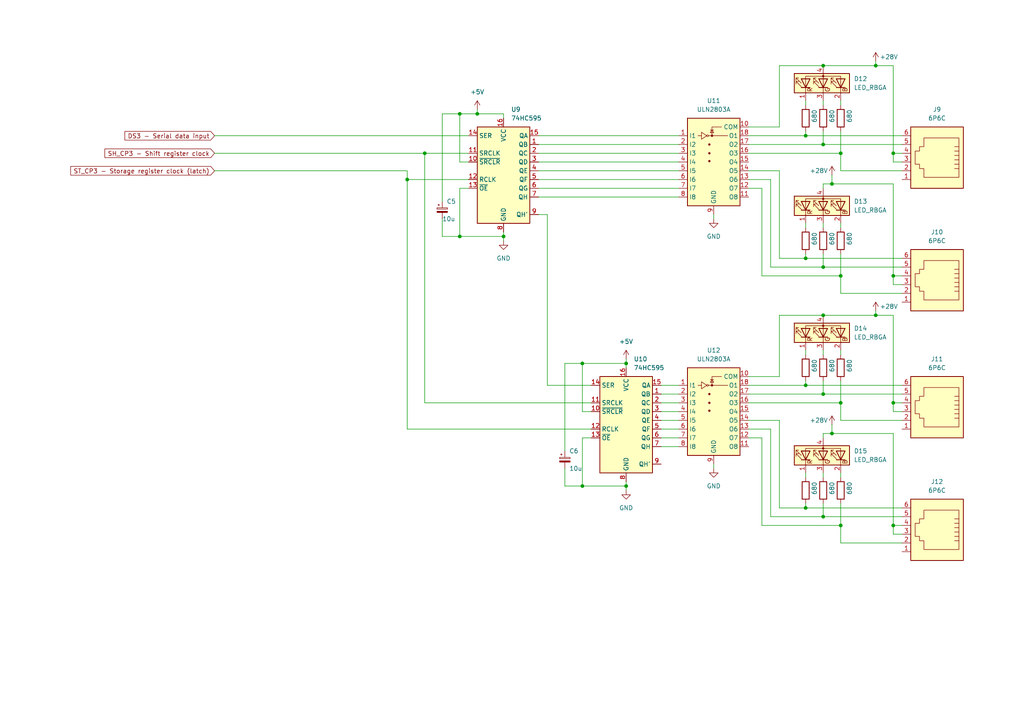
<source format=kicad_sch>
(kicad_sch (version 20230121) (generator eeschema)
  (paper "A4")
  (lib_symbols
    (symbol "74xx:74HC595"
      (property "Reference" "U" (at -7.62 13.97 0))
      (property "Value" "74HC595" (at -7.62 -16.51 0))
      (symbol "74HC595_1_0"
        (pin tri_state line (at 10.16 7.62 180) (length 2.54) (name "QB") (number "1"))
        (pin input line (at -10.16 2.54 0) (length 2.54) (name "~{SRCLR}") (number "10"))
        (pin input line (at -10.16 5.08 0) (length 2.54) (name "SRCLK") (number "11"))
        (pin input line (at -10.16 -2.54 0) (length 2.54) (name "RCLK") (number "12"))
        (pin input line (at -10.16 -5.08 0) (length 2.54) (name "~{OE}") (number "13"))
        (pin input line (at -10.16 10.16 0) (length 2.54) (name "SER") (number "14"))
        (pin tri_state line (at 10.16 10.16 180) (length 2.54) (name "QA") (number "15"))
        (pin power_in line (at 0 15.24 270) (length 2.54) (name "VCC") (number "16"))
        (pin tri_state line (at 10.16 5.08 180) (length 2.54) (name "QC") (number "2"))
        (pin tri_state line (at 10.16 2.54 180) (length 2.54) (name "QD") (number "3"))
        (pin tri_state line (at 10.16 0 180) (length 2.54) (name "QE") (number "4"))
        (pin tri_state line (at 10.16 -2.54 180) (length 2.54) (name "QF") (number "5"))
        (pin tri_state line (at 10.16 -5.08 180) (length 2.54) (name "QG") (number "6"))
        (pin tri_state line (at 10.16 -7.62 180) (length 2.54) (name "QH") (number "7"))
        (pin power_in line (at 0 -17.78 90) (length 2.54) (name "GND") (number "8"))
        (pin output line (at 10.16 -12.7 180) (length 2.54) (name "QH'") (number "9"))
      )
      (symbol "74HC595_1_1"
        (rectangle (start -7.62 12.7) (end 7.62 -15.24) (stroke (width 0.254)) (fill (type background)))
      )
    )
    (symbol "Connector:6P6C" (pin_names (offset 1.016))
      (property "Reference" "J" (at -5.08 11.43 0))
      (property "Value" "6P6C" (at 2.54 11.43 0))
      (symbol "6P6C_0_1"
        (polyline (pts (xy -6.35 -1.905) (xy -5.08 -1.905) (xy -5.08 -1.905)))
        (polyline (pts (xy -6.35 -0.635) (xy -5.08 -0.635) (xy -5.08 -0.635)))
        (polyline (pts (xy -6.35 0.635) (xy -5.08 0.635) (xy -5.08 0.635)))
        (polyline (pts (xy -6.35 1.905) (xy -5.08 1.905) (xy -5.08 1.905)))
        (polyline (pts (xy -6.35 3.175) (xy -5.08 3.175) (xy -5.08 3.175)))
        (polyline (pts (xy -5.08 4.445) (xy -6.35 4.445) (xy -6.35 4.445)))
        (polyline (pts (xy -6.35 -4.445) (xy -6.35 6.985) (xy 3.81 6.985) (xy 3.81 4.445) (xy 5.08 4.445) (xy 5.08 3.175) (xy 6.35 3.175) (xy 6.35 -0.635) (xy 5.08 -0.635) (xy 5.08 -1.905) (xy 3.81 -1.905) (xy 3.81 -4.445) (xy -6.35 -4.445) (xy -6.35 -4.445)))
        (rectangle (start 7.62 10.16) (end -7.62 -7.62) (stroke (width 0.254)) (fill (type background)))
      )
      (symbol "6P6C_1_1"
        (pin passive line (at 10.16 -5.08 180) (length 2.54) (name "~") (number "1"))
        (pin passive line (at 10.16 -2.54 180) (length 2.54) (name "~") (number "2"))
        (pin passive line (at 10.16 0 180) (length 2.54) (name "~") (number "3"))
        (pin passive line (at 10.16 2.54 180) (length 2.54) (name "~") (number "4"))
        (pin passive line (at 10.16 5.08 180) (length 2.54) (name "~") (number "5"))
        (pin passive line (at 10.16 7.62 180) (length 2.54) (name "~") (number "6"))
      )
    )
    (symbol "Device:C_Polarized_Small" (pin_numbers hide) (pin_names (offset 0.254) hide)
      (property "Reference" "C" (at 0.254 1.778 0))
      (property "Value" "C_Polarized_Small" (at 0.254 -2.032 0))
      (symbol "C_Polarized_Small_0_1"
        (rectangle (start -1.524 -0.3048) (end 1.524 -0.6858) (fill (type outline)))
        (rectangle (start -1.524 0.6858) (end 1.524 0.3048))
        (polyline (pts (xy -1.27 1.524) (xy -0.762 1.524)))
        (polyline (pts (xy -1.016 1.27) (xy -1.016 1.778)))
      )
      (symbol "C_Polarized_Small_1_1"
        (pin passive line (at 0 2.54 270) (length 1.8542) (name "~") (number "1"))
        (pin passive line (at 0 -2.54 90) (length 1.8542) (name "~") (number "2"))
      )
    )
    (symbol "Device:LED_RBGA" (pin_names (offset 0) hide)
      (property "Reference" "D" (at 0 9.398 0))
      (property "Value" "LED_RBGA" (at 0 -8.89 0))
      (symbol "LED_RBGA_0_0"
        (text "B" (at -1.905 -6.35 0) (effects (font (size 1.27 1.27))))
        (text "G" (at -1.905 -1.27 0) (effects (font (size 1.27 1.27))))
        (text "R" (at -1.905 3.81 0) (effects (font (size 1.27 1.27))))
      )
      (symbol "LED_RBGA_0_1"
        (polyline (pts (xy -1.27 -5.08) (xy -2.54 -5.08)))
        (polyline (pts (xy -1.27 -5.08) (xy 1.27 -5.08)))
        (polyline (pts (xy -1.27 -3.81) (xy -1.27 -6.35)) (stroke (width 0.254)))
        (polyline (pts (xy -1.27 0) (xy -2.54 0)))
        (polyline (pts (xy -1.27 1.27) (xy -1.27 -1.27)) (stroke (width 0.254)))
        (polyline (pts (xy -1.27 5.08) (xy -2.54 5.08)))
        (polyline (pts (xy -1.27 5.08) (xy 1.27 5.08)))
        (polyline (pts (xy -1.27 6.35) (xy -1.27 3.81)) (stroke (width 0.254)))
        (polyline (pts (xy 1.27 0) (xy -1.27 0)))
        (polyline (pts (xy 1.27 0) (xy 2.54 0)))
        (polyline (pts (xy -1.27 1.27) (xy -1.27 -1.27) (xy -1.27 -1.27)))
        (polyline (pts (xy -1.27 6.35) (xy -1.27 3.81) (xy -1.27 3.81)))
        (polyline (pts (xy 1.27 -5.08) (xy 2.032 -5.08) (xy 2.032 5.08) (xy 1.27 5.08)))
        (polyline (pts (xy 1.27 -3.81) (xy 1.27 -6.35) (xy -1.27 -5.08) (xy 1.27 -3.81)) (stroke (width 0.254)))
        (polyline (pts (xy 1.27 1.27) (xy 1.27 -1.27) (xy -1.27 0) (xy 1.27 1.27)) (stroke (width 0.254)))
        (polyline (pts (xy 1.27 6.35) (xy 1.27 3.81) (xy -1.27 5.08) (xy 1.27 6.35)) (stroke (width 0.254)))
        (polyline (pts (xy -1.016 -3.81) (xy 0.508 -2.286) (xy -0.254 -2.286) (xy 0.508 -2.286) (xy 0.508 -3.048)))
        (polyline (pts (xy -1.016 1.27) (xy 0.508 2.794) (xy -0.254 2.794) (xy 0.508 2.794) (xy 0.508 2.032)))
        (polyline (pts (xy -1.016 6.35) (xy 0.508 7.874) (xy -0.254 7.874) (xy 0.508 7.874) (xy 0.508 7.112)))
        (polyline (pts (xy 0 -3.81) (xy 1.524 -2.286) (xy 0.762 -2.286) (xy 1.524 -2.286) (xy 1.524 -3.048)))
        (polyline (pts (xy 0 1.27) (xy 1.524 2.794) (xy 0.762 2.794) (xy 1.524 2.794) (xy 1.524 2.032)))
        (polyline (pts (xy 0 6.35) (xy 1.524 7.874) (xy 0.762 7.874) (xy 1.524 7.874) (xy 1.524 7.112)))
        (rectangle (start 1.27 -1.27) (end 1.27 1.27))
        (rectangle (start 1.27 1.27) (end 1.27 1.27))
        (rectangle (start 1.27 3.81) (end 1.27 6.35))
        (rectangle (start 1.27 6.35) (end 1.27 6.35))
        (circle (center 2.032 0) (radius 0.254) (fill (type outline)))
        (rectangle (start 2.794 8.382) (end -2.794 -7.62) (stroke (width 0.254)) (fill (type background)))
      )
      (symbol "LED_RBGA_1_1"
        (pin passive line (at -5.08 5.08 0) (length 2.54) (name "RK") (number "1"))
        (pin passive line (at -5.08 -5.08 0) (length 2.54) (name "BK") (number "2"))
        (pin passive line (at -5.08 0 0) (length 2.54) (name "GK") (number "3"))
        (pin passive line (at 5.08 0 180) (length 2.54) (name "A") (number "4"))
      )
    )
    (symbol "Device:R" (pin_numbers hide) (pin_names (offset 0))
      (property "Reference" "R" (at 2.032 0 90))
      (property "Value" "R" (at 0 0 90))
      (symbol "R_0_1"
        (rectangle (start -1.016 -2.54) (end 1.016 2.54) (stroke (width 0.254)))
      )
      (symbol "R_1_1"
        (pin passive line (at 0 3.81 270) (length 1.27) (name "~") (number "1"))
        (pin passive line (at 0 -3.81 90) (length 1.27) (name "~") (number "2"))
      )
    )
    (symbol "Transistor_Array:ULN2803A"
      (property "Reference" "U" (at 0 13.335 0))
      (property "Value" "ULN2803A" (at 0 11.43 0))
      (symbol "ULN2803A_0_1"
        (rectangle (start -7.62 -15.24) (end 7.62 10.16) (stroke (width 0.254)) (fill (type background)))
        (circle (center -1.778 5.08) (radius 0.254))
        (circle (center -1.27 -2.286) (radius 0.254) (fill (type outline)))
        (circle (center -1.27 0) (radius 0.254) (fill (type outline)))
        (circle (center -1.27 2.54) (radius 0.254) (fill (type outline)))
        (circle (center -0.508 5.08) (radius 0.254) (fill (type outline)))
        (polyline (pts (xy -4.572 5.08) (xy -3.556 5.08)))
        (polyline (pts (xy -1.524 5.08) (xy 4.064 5.08)))
        (polyline (pts (xy 0 6.731) (xy -1.016 6.731)))
        (polyline (pts (xy -0.508 5.08) (xy -0.508 7.62) (xy 2.286 7.62)))
        (polyline (pts (xy -3.556 6.096) (xy -3.556 4.064) (xy -2.032 5.08) (xy -3.556 6.096)))
        (polyline (pts (xy 0 5.969) (xy -1.016 5.969) (xy -0.508 6.731) (xy 0 5.969)))
      )
      (symbol "ULN2803A_1_1"
        (pin input line (at -10.16 5.08 0) (length 2.54) (name "I1") (number "1"))
        (pin passive line (at 10.16 7.62 180) (length 2.54) (name "COM") (number "10"))
        (pin open_collector line (at 10.16 -12.7 180) (length 2.54) (name "O8") (number "11"))
        (pin open_collector line (at 10.16 -10.16 180) (length 2.54) (name "O7") (number "12"))
        (pin open_collector line (at 10.16 -7.62 180) (length 2.54) (name "O6") (number "13"))
        (pin open_collector line (at 10.16 -5.08 180) (length 2.54) (name "O5") (number "14"))
        (pin open_collector line (at 10.16 -2.54 180) (length 2.54) (name "O4") (number "15"))
        (pin open_collector line (at 10.16 0 180) (length 2.54) (name "O3") (number "16"))
        (pin open_collector line (at 10.16 2.54 180) (length 2.54) (name "O2") (number "17"))
        (pin open_collector line (at 10.16 5.08 180) (length 2.54) (name "O1") (number "18"))
        (pin input line (at -10.16 2.54 0) (length 2.54) (name "I2") (number "2"))
        (pin input line (at -10.16 0 0) (length 2.54) (name "I3") (number "3"))
        (pin input line (at -10.16 -2.54 0) (length 2.54) (name "I4") (number "4"))
        (pin input line (at -10.16 -5.08 0) (length 2.54) (name "I5") (number "5"))
        (pin input line (at -10.16 -7.62 0) (length 2.54) (name "I6") (number "6"))
        (pin input line (at -10.16 -10.16 0) (length 2.54) (name "I7") (number "7"))
        (pin input line (at -10.16 -12.7 0) (length 2.54) (name "I8") (number "8"))
        (pin power_in line (at 0 -17.78 90) (length 2.54) (name "GND") (number "9"))
      )
    )
    (symbol "power:+28V" (power) (pin_names (offset 0))
      (property "Value" "+28V" (at 0 3.81 0))
      (symbol "+28V_0_1"
        (polyline (pts (xy -0.762 1.27) (xy 0 2.54)))
        (polyline (pts (xy 0 0) (xy 0 2.54)))
        (polyline (pts (xy 0 2.54) (xy 0.762 1.27)))
      )
      (symbol "+28V_1_1"
        (pin power_in line (at 0 0 90) (length 0) hide (name "+28V") (number "1"))
      )
    )
    (symbol "power:+5V" (power) (pin_names (offset 0))
      (property "Value" "+5V" (at 0 3.556 0))
      (symbol "+5V_0_1"
        (polyline (pts (xy -0.762 1.27) (xy 0 2.54)))
        (polyline (pts (xy 0 0) (xy 0 2.54)))
        (polyline (pts (xy 0 2.54) (xy 0.762 1.27)))
      )
      (symbol "+5V_1_1"
        (pin power_in line (at 0 0 90) (length 0) hide (name "+5V") (number "1"))
      )
    )
    (symbol "power:GND" (power) (pin_names (offset 0))
      (property "Value" "GND" (at 0 -3.81 0))
      (symbol "GND_0_1"
        (polyline (pts (xy 0 0) (xy 0 -1.27) (xy 1.27 -1.27) (xy 0 -2.54) (xy -1.27 -1.27) (xy 0 -1.27)))
      )
      (symbol "GND_1_1"
        (pin power_in line (at 0 0 270) (length 0) hide (name "GND") (number "1"))
      )
    )
  )
  (junction (at 259.08 80.01))
  (junction (at 241.3 125.73))
  (junction (at 118.11 52.07))
  (junction (at 238.76 91.44))
  (junction (at 259.08 152.4))
  (junction (at 238.76 77.47))
  (junction (at 133.35 68.58))
  (junction (at 238.76 114.3))
  (junction (at 138.43 33.02))
  (junction (at 146.05 68.58))
  (junction (at 168.91 140.97))
  (junction (at 241.3 53.34))
  (junction (at 168.91 105.41))
  (junction (at 233.68 111.76))
  (junction (at 238.76 19.05))
  (junction (at 259.08 116.84))
  (junction (at 243.84 116.84))
  (junction (at 233.68 147.32))
  (junction (at 243.84 80.01))
  (junction (at 254 19.05))
  (junction (at 254 91.44))
  (junction (at 133.35 33.02))
  (junction (at 259.08 44.45))
  (junction (at 181.61 105.41))
  (junction (at 123.19 44.45))
  (junction (at 238.76 149.86))
  (junction (at 181.61 140.97))
  (junction (at 238.76 41.91))
  (junction (at 243.84 152.4))
  (junction (at 243.84 44.45))
  (junction (at 233.68 39.37))
  (junction (at 233.68 74.93))
  (wire (pts (xy 223.52 77.47) (xy 238.76 77.47)))
  (wire (pts (xy 233.68 110.49) (xy 233.68 111.76)))
  (wire (pts (xy 238.76 41.91) (xy 261.62 41.91)))
  (wire (pts (xy 254 19.05) (xy 259.08 19.05)))
  (wire (pts (xy 243.84 110.49) (xy 243.84 116.84)))
  (wire (pts (xy 133.35 68.58) (xy 146.05 68.58)))
  (wire (pts (xy 259.08 91.44) (xy 259.08 116.84)))
  (wire (pts (xy 238.76 73.66) (xy 238.76 77.47)))
  (wire (pts (xy 259.08 116.84) (xy 261.62 116.84)))
  (wire (pts (xy 233.68 147.32) (xy 261.62 147.32)))
  (wire (pts (xy 156.21 44.45) (xy 196.85 44.45)))
  (wire (pts (xy 62.23 44.45) (xy 123.19 44.45)))
  (wire (pts (xy 146.05 33.02) (xy 146.05 34.29)))
  (wire (pts (xy 118.11 124.46) (xy 118.11 52.07)))
  (wire (pts (xy 233.68 39.37) (xy 261.62 39.37)))
  (wire (pts (xy 217.17 116.84) (xy 243.84 116.84)))
  (wire (pts (xy 238.76 53.34) (xy 238.76 54.61)))
  (wire (pts (xy 163.83 105.41) (xy 168.91 105.41)))
  (wire (pts (xy 181.61 140.97) (xy 181.61 142.24)))
  (wire (pts (xy 156.21 46.99) (xy 196.85 46.99)))
  (wire (pts (xy 163.83 135.89) (xy 163.83 140.97)))
  (wire (pts (xy 133.35 54.61) (xy 133.35 68.58)))
  (wire (pts (xy 238.76 146.05) (xy 238.76 149.86)))
  (wire (pts (xy 243.84 49.53) (xy 261.62 49.53)))
  (wire (pts (xy 217.17 39.37) (xy 233.68 39.37)))
  (wire (pts (xy 259.08 19.05) (xy 259.08 44.45)))
  (wire (pts (xy 171.45 119.38) (xy 168.91 119.38)))
  (wire (pts (xy 243.84 64.77) (xy 243.84 66.04)))
  (wire (pts (xy 62.23 39.37) (xy 135.89 39.37)))
  (wire (pts (xy 217.17 44.45) (xy 243.84 44.45)))
  (wire (pts (xy 233.68 147.32) (xy 233.68 146.05)))
  (wire (pts (xy 217.17 41.91) (xy 238.76 41.91)))
  (wire (pts (xy 158.75 62.23) (xy 156.21 62.23)))
  (wire (pts (xy 241.3 53.34) (xy 238.76 53.34)))
  (wire (pts (xy 241.3 50.8) (xy 241.3 53.34)))
  (wire (pts (xy 171.45 116.84) (xy 123.19 116.84)))
  (wire (pts (xy 238.76 77.47) (xy 261.62 77.47)))
  (wire (pts (xy 207.01 134.62) (xy 207.01 135.89)))
  (wire (pts (xy 220.98 152.4) (xy 243.84 152.4)))
  (wire (pts (xy 238.76 64.77) (xy 238.76 66.04)))
  (wire (pts (xy 241.3 125.73) (xy 259.08 125.73)))
  (wire (pts (xy 261.62 119.38) (xy 259.08 119.38)))
  (wire (pts (xy 259.08 46.99) (xy 259.08 44.45)))
  (wire (pts (xy 238.76 29.21) (xy 238.76 30.48)))
  (wire (pts (xy 220.98 80.01) (xy 243.84 80.01)))
  (wire (pts (xy 243.84 73.66) (xy 243.84 80.01)))
  (wire (pts (xy 168.91 105.41) (xy 181.61 105.41)))
  (wire (pts (xy 233.68 29.21) (xy 233.68 30.48)))
  (wire (pts (xy 217.17 127) (xy 220.98 127)))
  (wire (pts (xy 118.11 49.53) (xy 118.11 52.07)))
  (wire (pts (xy 261.62 85.09) (xy 243.84 85.09)))
  (wire (pts (xy 62.23 49.53) (xy 118.11 49.53)))
  (wire (pts (xy 238.76 125.73) (xy 238.76 127)))
  (wire (pts (xy 259.08 80.01) (xy 259.08 82.55)))
  (wire (pts (xy 207.01 62.23) (xy 207.01 63.5)))
  (wire (pts (xy 123.19 44.45) (xy 135.89 44.45)))
  (wire (pts (xy 217.17 109.22) (xy 226.06 109.22)))
  (wire (pts (xy 241.3 53.34) (xy 259.08 53.34)))
  (wire (pts (xy 226.06 121.92) (xy 226.06 147.32)))
  (wire (pts (xy 128.27 68.58) (xy 133.35 68.58)))
  (wire (pts (xy 238.76 114.3) (xy 261.62 114.3)))
  (wire (pts (xy 261.62 46.99) (xy 259.08 46.99)))
  (wire (pts (xy 226.06 91.44) (xy 226.06 109.22)))
  (wire (pts (xy 238.76 110.49) (xy 238.76 114.3)))
  (wire (pts (xy 238.76 137.16) (xy 238.76 138.43)))
  (wire (pts (xy 163.83 140.97) (xy 168.91 140.97)))
  (wire (pts (xy 238.76 38.1) (xy 238.76 41.91)))
  (wire (pts (xy 243.84 121.92) (xy 261.62 121.92)))
  (wire (pts (xy 118.11 52.07) (xy 135.89 52.07)))
  (wire (pts (xy 191.77 114.3) (xy 196.85 114.3)))
  (wire (pts (xy 156.21 41.91) (xy 196.85 41.91)))
  (wire (pts (xy 217.17 49.53) (xy 226.06 49.53)))
  (wire (pts (xy 158.75 111.76) (xy 171.45 111.76)))
  (wire (pts (xy 233.68 38.1) (xy 233.68 39.37)))
  (wire (pts (xy 168.91 127) (xy 168.91 140.97)))
  (wire (pts (xy 261.62 154.94) (xy 259.08 154.94)))
  (wire (pts (xy 233.68 111.76) (xy 261.62 111.76)))
  (wire (pts (xy 191.77 121.92) (xy 196.85 121.92)))
  (wire (pts (xy 146.05 68.58) (xy 146.05 69.85)))
  (wire (pts (xy 243.84 49.53) (xy 243.84 44.45)))
  (wire (pts (xy 146.05 67.31) (xy 146.05 68.58)))
  (wire (pts (xy 217.17 52.07) (xy 223.52 52.07)))
  (wire (pts (xy 217.17 36.83) (xy 226.06 36.83)))
  (wire (pts (xy 259.08 80.01) (xy 261.62 80.01)))
  (wire (pts (xy 133.35 33.02) (xy 138.43 33.02)))
  (wire (pts (xy 191.77 111.76) (xy 196.85 111.76)))
  (wire (pts (xy 238.76 149.86) (xy 261.62 149.86)))
  (wire (pts (xy 128.27 58.42) (xy 128.27 33.02)))
  (wire (pts (xy 243.84 137.16) (xy 243.84 138.43)))
  (wire (pts (xy 241.3 125.73) (xy 238.76 125.73)))
  (wire (pts (xy 259.08 152.4) (xy 261.62 152.4)))
  (wire (pts (xy 138.43 31.75) (xy 138.43 33.02)))
  (wire (pts (xy 233.68 74.93) (xy 233.68 73.66)))
  (wire (pts (xy 223.52 149.86) (xy 238.76 149.86)))
  (wire (pts (xy 259.08 152.4) (xy 259.08 154.94)))
  (wire (pts (xy 217.17 124.46) (xy 223.52 124.46)))
  (wire (pts (xy 254 90.17) (xy 254 91.44)))
  (wire (pts (xy 226.06 19.05) (xy 238.76 19.05)))
  (wire (pts (xy 156.21 54.61) (xy 196.85 54.61)))
  (wire (pts (xy 223.52 124.46) (xy 223.52 149.86)))
  (wire (pts (xy 226.06 74.93) (xy 233.68 74.93)))
  (wire (pts (xy 171.45 127) (xy 168.91 127)))
  (wire (pts (xy 226.06 49.53) (xy 226.06 74.93)))
  (wire (pts (xy 243.84 146.05) (xy 243.84 152.4)))
  (wire (pts (xy 259.08 125.73) (xy 259.08 152.4)))
  (wire (pts (xy 233.68 64.77) (xy 233.68 66.04)))
  (wire (pts (xy 171.45 124.46) (xy 118.11 124.46)))
  (wire (pts (xy 243.84 80.01) (xy 243.84 85.09)))
  (wire (pts (xy 168.91 105.41) (xy 168.91 119.38)))
  (wire (pts (xy 243.84 121.92) (xy 243.84 116.84)))
  (wire (pts (xy 259.08 44.45) (xy 261.62 44.45)))
  (wire (pts (xy 123.19 44.45) (xy 123.19 116.84)))
  (wire (pts (xy 220.98 127) (xy 220.98 152.4)))
  (wire (pts (xy 191.77 129.54) (xy 196.85 129.54)))
  (wire (pts (xy 191.77 127) (xy 196.85 127)))
  (wire (pts (xy 128.27 33.02) (xy 133.35 33.02)))
  (wire (pts (xy 226.06 91.44) (xy 238.76 91.44)))
  (wire (pts (xy 156.21 57.15) (xy 196.85 57.15)))
  (wire (pts (xy 223.52 52.07) (xy 223.52 77.47)))
  (wire (pts (xy 158.75 62.23) (xy 158.75 111.76)))
  (wire (pts (xy 220.98 54.61) (xy 220.98 80.01)))
  (wire (pts (xy 238.76 91.44) (xy 254 91.44)))
  (wire (pts (xy 181.61 139.7) (xy 181.61 140.97)))
  (wire (pts (xy 233.68 137.16) (xy 233.68 138.43)))
  (wire (pts (xy 133.35 46.99) (xy 133.35 33.02)))
  (wire (pts (xy 191.77 124.46) (xy 196.85 124.46)))
  (wire (pts (xy 243.84 101.6) (xy 243.84 102.87)))
  (wire (pts (xy 254 17.78) (xy 254 19.05)))
  (wire (pts (xy 243.84 29.21) (xy 243.84 30.48)))
  (wire (pts (xy 261.62 82.55) (xy 259.08 82.55)))
  (wire (pts (xy 233.68 101.6) (xy 233.68 102.87)))
  (wire (pts (xy 217.17 54.61) (xy 220.98 54.61)))
  (wire (pts (xy 156.21 52.07) (xy 196.85 52.07)))
  (wire (pts (xy 243.84 152.4) (xy 243.84 157.48)))
  (wire (pts (xy 181.61 105.41) (xy 181.61 106.68)))
  (wire (pts (xy 243.84 38.1) (xy 243.84 44.45)))
  (wire (pts (xy 191.77 116.84) (xy 196.85 116.84)))
  (wire (pts (xy 168.91 140.97) (xy 181.61 140.97)))
  (wire (pts (xy 135.89 54.61) (xy 133.35 54.61)))
  (wire (pts (xy 226.06 147.32) (xy 233.68 147.32)))
  (wire (pts (xy 181.61 104.14) (xy 181.61 105.41)))
  (wire (pts (xy 217.17 111.76) (xy 233.68 111.76)))
  (wire (pts (xy 259.08 119.38) (xy 259.08 116.84)))
  (wire (pts (xy 138.43 33.02) (xy 146.05 33.02)))
  (wire (pts (xy 128.27 63.5) (xy 128.27 68.58)))
  (wire (pts (xy 156.21 49.53) (xy 196.85 49.53)))
  (wire (pts (xy 238.76 19.05) (xy 254 19.05)))
  (wire (pts (xy 163.83 130.81) (xy 163.83 105.41)))
  (wire (pts (xy 191.77 119.38) (xy 196.85 119.38)))
  (wire (pts (xy 238.76 101.6) (xy 238.76 102.87)))
  (wire (pts (xy 254 91.44) (xy 259.08 91.44)))
  (wire (pts (xy 156.21 39.37) (xy 196.85 39.37)))
  (wire (pts (xy 233.68 74.93) (xy 261.62 74.93)))
  (wire (pts (xy 226.06 19.05) (xy 226.06 36.83)))
  (wire (pts (xy 217.17 121.92) (xy 226.06 121.92)))
  (wire (pts (xy 261.62 157.48) (xy 243.84 157.48)))
  (wire (pts (xy 135.89 46.99) (xy 133.35 46.99)))
  (wire (pts (xy 217.17 114.3) (xy 238.76 114.3)))
  (wire (pts (xy 259.08 53.34) (xy 259.08 80.01)))
  (wire (pts (xy 241.3 123.19) (xy 241.3 125.73)))
  (global_label "DS3 - Serial data input" (shape input) (at 62.23 39.37 180) (property "Intersheetrefs" "${INTERSHEET_REFS}" (effects hide)))
  (global_label "SH_CP3 - Shift register clock" (shape input) (at 62.23 44.45 180) (property "Intersheetrefs" "${INTERSHEET_REFS}" (effects hide)))
  (global_label "ST_CP3 - Storage register clock (latch)" (shape input) (at 62.23 49.53 180) (property "Intersheetrefs" "${INTERSHEET_REFS}" (effects hide)))
  (symbol (lib_id "power:+28V") (at 254 17.78 0) (unit 1)
    (property "Reference" "#PWR035" (effects hide))
    (property "Value" "+28V" (at 257.81 16.51 0))
  )
  (symbol (lib_id "Device:R") (at 243.84 69.85 180) (unit 1)
    (property "Reference" "R46" (effects hide))
    (property "Value" "680" (at 246.38 67.31 90) (effects (justify left)))
  )
  (symbol (lib_id "74xx:74HC595") (at 146.05 49.53 0) (unit 1)
    (property "Reference" "U9" (at 148.2441 31.75 0) (effects (justify left)))
    (property "Value" "74HC595" (at 148.2441 34.29 0) (effects (justify left)))
    (property "Datasheet" "http://www.ti.com/lit/ds/symlink/sn74hc595.pdf" (effects hide))
  )
  (symbol (lib_id "power:GND") (at 146.05 69.85 0) (unit 1)
    (property "Reference" "#PWR028" (effects hide))
    (property "Value" "GND" (at 146.05 74.93 0))
  )
  (symbol (lib_id "Transistor_Array:ULN2803A") (at 207.01 44.45 0) (unit 1)
    (property "Reference" "U11" (at 207.01 29.21 0))
    (property "Value" "ULN2803A" (at 207.01 31.75 0))
    (property "Footprint" "Package_DIP:DIP-18_W7.62mm_Socket" (effects hide))
    (property "Datasheet" "http://www.ti.com/lit/ds/symlink/uln2803a.pdf" (effects hide))
  )
  (symbol (lib_id "Device:R") (at 243.84 106.68 180) (unit 1)
    (property "Reference" "R47" (effects hide))
    (property "Value" "680" (at 246.38 104.14 90) (effects (justify left)))
  )
  (symbol (lib_id "power:GND") (at 181.61 142.24 0) (unit 1)
    (property "Reference" "#PWR030" (effects hide))
    (property "Value" "GND" (at 181.61 147.32 0))
  )
  (symbol (lib_id "Device:LED_RBGA") (at 238.76 132.08 90) (unit 1)
    (property "Reference" "D15" (at 247.65 130.81 90) (effects (justify right)))
    (property "Value" "LED_RBGA" (at 247.65 133.35 90) (effects (justify right)))
  )
  (symbol (lib_id "Device:R") (at 238.76 106.68 180) (unit 1)
    (property "Reference" "R43" (effects hide))
    (property "Value" "680" (at 241.3 104.14 90) (effects (justify left)))
  )
  (symbol (lib_id "Transistor_Array:ULN2803A") (at 207.01 116.84 0) (unit 1)
    (property "Reference" "U12" (at 207.01 101.6 0))
    (property "Value" "ULN2803A" (at 207.01 104.14 0))
    (property "Footprint" "Package_DIP:DIP-18_W7.62mm_Socket" (effects hide))
    (property "Datasheet" "http://www.ti.com/lit/ds/symlink/uln2803a.pdf" (effects hide))
  )
  (symbol (lib_id "Connector:6P6C") (at 271.78 46.99 0) (mirror y) (unit 1)
    (property "Reference" "J9" (at 271.78 31.75 0))
    (property "Value" "6P6C" (at 271.78 34.29 0))
  )
  (symbol (lib_id "Device:R") (at 243.84 142.24 180) (unit 1)
    (property "Reference" "R48" (effects hide))
    (property "Value" "680" (at 246.38 139.7 90) (effects (justify left)))
  )
  (symbol (lib_id "Device:R") (at 243.84 34.29 180) (unit 1)
    (property "Reference" "R45" (effects hide))
    (property "Value" "680" (at 246.38 31.75 90) (effects (justify left)))
  )
  (symbol (lib_id "power:+28V") (at 254 90.17 0) (unit 1)
    (property "Reference" "#PWR036" (effects hide))
    (property "Value" "+28V" (at 257.81 88.9 0))
  )
  (symbol (lib_id "Device:LED_RBGA") (at 238.76 96.52 90) (unit 1)
    (property "Reference" "D14" (at 247.65 95.25 90) (effects (justify right)))
    (property "Value" "LED_RBGA" (at 247.65 97.79 90) (effects (justify right)))
  )
  (symbol (lib_id "Device:R") (at 233.68 69.85 180) (unit 1)
    (property "Reference" "R38" (effects hide))
    (property "Value" "680" (at 236.22 67.31 90) (effects (justify left)))
  )
  (symbol (lib_id "power:+28V") (at 241.3 50.8 0) (unit 1)
    (property "Reference" "#PWR033" (effects hide))
    (property "Value" "+28V" (at 237.49 49.53 0))
  )
  (symbol (lib_id "74xx:74HC595") (at 181.61 121.92 0) (unit 1)
    (property "Reference" "U10" (at 183.8041 104.14 0) (effects (justify left)))
    (property "Value" "74HC595" (at 183.8041 106.68 0) (effects (justify left)))
    (property "Datasheet" "http://www.ti.com/lit/ds/symlink/sn74hc595.pdf" (effects hide))
  )
  (symbol (lib_id "Device:R") (at 233.68 106.68 180) (unit 1)
    (property "Reference" "R39" (effects hide))
    (property "Value" "680" (at 236.22 104.14 90) (effects (justify left)))
  )
  (symbol (lib_id "Device:R") (at 238.76 69.85 180) (unit 1)
    (property "Reference" "R42" (effects hide))
    (property "Value" "680" (at 241.3 67.31 90) (effects (justify left)))
  )
  (symbol (lib_id "power:GND") (at 207.01 135.89 0) (unit 1)
    (property "Reference" "#PWR032" (effects hide))
    (property "Value" "GND" (at 207.01 140.97 0))
  )
  (symbol (lib_id "Device:R") (at 233.68 142.24 180) (unit 1)
    (property "Reference" "R40" (effects hide))
    (property "Value" "680" (at 236.22 139.7 90) (effects (justify left)))
  )
  (symbol (lib_id "power:+28V") (at 241.3 123.19 0) (unit 1)
    (property "Reference" "#PWR034" (effects hide))
    (property "Value" "+28V" (at 237.49 121.92 0))
  )
  (symbol (lib_id "Device:R") (at 238.76 34.29 180) (unit 1)
    (property "Reference" "R41" (effects hide))
    (property "Value" "680" (at 241.3 31.75 90) (effects (justify left)))
  )
  (symbol (lib_id "Device:LED_RBGA") (at 238.76 24.13 90) (unit 1)
    (property "Reference" "D12" (at 247.65 22.86 90) (effects (justify right)))
    (property "Value" "LED_RBGA" (at 247.65 25.4 90) (effects (justify right)))
  )
  (symbol (lib_id "Device:LED_RBGA") (at 238.76 59.69 90) (unit 1)
    (property "Reference" "D13" (at 247.65 58.42 90) (effects (justify right)))
    (property "Value" "LED_RBGA" (at 247.65 60.96 90) (effects (justify right)))
  )
  (symbol (lib_id "power:+5V") (at 181.61 104.14 0) (unit 1)
    (property "Reference" "#PWR029" (effects hide))
    (property "Value" "+5V" (at 181.61 99.06 0))
  )
  (symbol (lib_id "Connector:6P6C") (at 271.78 154.94 0) (mirror y) (unit 1)
    (property "Reference" "J12" (at 271.78 139.7 0))
    (property "Value" "6P6C" (at 271.78 142.24 0))
  )
  (symbol (lib_id "Device:C_Polarized_Small") (at 163.83 133.35 0) (unit 1)
    (property "Reference" "C6" (at 165.1 130.81 0) (effects (justify left)))
    (property "Value" "10u" (at 165.1 135.89 0) (effects (justify left)))
  )
  (symbol (lib_id "Connector:6P6C") (at 271.78 119.38 0) (mirror y) (unit 1)
    (property "Reference" "J11" (at 271.78 104.14 0))
    (property "Value" "6P6C" (at 271.78 106.68 0))
  )
  (symbol (lib_id "power:+5V") (at 138.43 31.75 0) (unit 1)
    (property "Reference" "#PWR027" (effects hide))
    (property "Value" "+5V" (at 138.43 26.67 0))
  )
  (symbol (lib_id "Connector:6P6C") (at 271.78 82.55 0) (mirror y) (unit 1)
    (property "Reference" "J10" (at 271.78 67.31 0))
    (property "Value" "6P6C" (at 271.78 69.85 0))
  )
  (symbol (lib_id "Device:R") (at 238.76 142.24 180) (unit 1)
    (property "Reference" "R44" (effects hide))
    (property "Value" "680" (at 241.3 139.7 90) (effects (justify left)))
  )
  (symbol (lib_id "power:GND") (at 207.01 63.5 0) (unit 1)
    (property "Reference" "#PWR031" (effects hide))
    (property "Value" "GND" (at 207.01 68.58 0))
  )
  (symbol (lib_id "Device:R") (at 233.68 34.29 180) (unit 1)
    (property "Reference" "R37" (effects hide))
    (property "Value" "680" (at 236.22 31.75 90) (effects (justify left)))
  )
  (symbol (lib_id "Device:C_Polarized_Small") (at 128.27 60.96 0) (unit 1)
    (property "Reference" "C5" (at 129.54 58.42 0) (effects (justify left)))
    (property "Value" "10u" (at 128.27 63.5 0) (effects (justify left)))
  )
)
</source>
